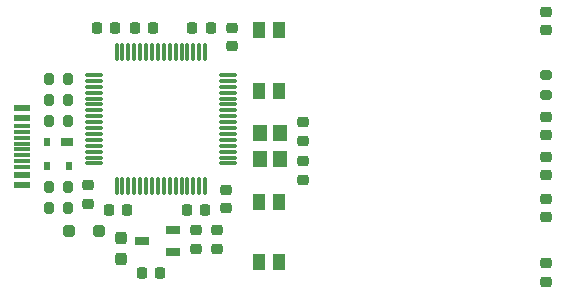
<source format=gtp>
%TF.GenerationSoftware,KiCad,Pcbnew,7.0.1-0*%
%TF.CreationDate,2023-10-13T23:04:16+03:00*%
%TF.ProjectId,trezor_v1.1,7472657a-6f72-45f7-9631-2e312e6b6963,rev?*%
%TF.SameCoordinates,Original*%
%TF.FileFunction,Paste,Top*%
%TF.FilePolarity,Positive*%
%FSLAX46Y46*%
G04 Gerber Fmt 4.6, Leading zero omitted, Abs format (unit mm)*
G04 Created by KiCad (PCBNEW 7.0.1-0) date 2023-10-13 23:04:16*
%MOMM*%
%LPD*%
G01*
G04 APERTURE LIST*
G04 Aperture macros list*
%AMRoundRect*
0 Rectangle with rounded corners*
0 $1 Rounding radius*
0 $2 $3 $4 $5 $6 $7 $8 $9 X,Y pos of 4 corners*
0 Add a 4 corners polygon primitive as box body*
4,1,4,$2,$3,$4,$5,$6,$7,$8,$9,$2,$3,0*
0 Add four circle primitives for the rounded corners*
1,1,$1+$1,$2,$3*
1,1,$1+$1,$4,$5*
1,1,$1+$1,$6,$7*
1,1,$1+$1,$8,$9*
0 Add four rect primitives between the rounded corners*
20,1,$1+$1,$2,$3,$4,$5,0*
20,1,$1+$1,$4,$5,$6,$7,0*
20,1,$1+$1,$6,$7,$8,$9,0*
20,1,$1+$1,$8,$9,$2,$3,0*%
G04 Aperture macros list end*
%ADD10R,1.200000X1.400000*%
%ADD11R,1.220000X0.650000*%
%ADD12RoundRect,0.075000X0.662500X0.075000X-0.662500X0.075000X-0.662500X-0.075000X0.662500X-0.075000X0*%
%ADD13RoundRect,0.075000X0.075000X0.662500X-0.075000X0.662500X-0.075000X-0.662500X0.075000X-0.662500X0*%
%ADD14RoundRect,0.237500X0.237500X-0.287500X0.237500X0.287500X-0.237500X0.287500X-0.237500X-0.287500X0*%
%ADD15R,1.000000X0.700000*%
%ADD16R,0.600000X0.700000*%
%ADD17RoundRect,0.250000X0.250000X0.250000X-0.250000X0.250000X-0.250000X-0.250000X0.250000X-0.250000X0*%
%ADD18RoundRect,0.200000X0.200000X0.275000X-0.200000X0.275000X-0.200000X-0.275000X0.200000X-0.275000X0*%
%ADD19RoundRect,0.200000X-0.200000X-0.275000X0.200000X-0.275000X0.200000X0.275000X-0.200000X0.275000X0*%
%ADD20RoundRect,0.225000X0.250000X-0.225000X0.250000X0.225000X-0.250000X0.225000X-0.250000X-0.225000X0*%
%ADD21RoundRect,0.225000X-0.250000X0.225000X-0.250000X-0.225000X0.250000X-0.225000X0.250000X0.225000X0*%
%ADD22RoundRect,0.225000X-0.225000X-0.250000X0.225000X-0.250000X0.225000X0.250000X-0.225000X0.250000X0*%
%ADD23RoundRect,0.225000X0.225000X0.250000X-0.225000X0.250000X-0.225000X-0.250000X0.225000X-0.250000X0*%
%ADD24RoundRect,0.200000X0.275000X-0.200000X0.275000X0.200000X-0.275000X0.200000X-0.275000X-0.200000X0*%
%ADD25R,1.450000X0.600000*%
%ADD26R,1.450000X0.300000*%
%ADD27R,1.000000X1.450000*%
G04 APERTURE END LIST*
D10*
X146597000Y-103903600D03*
X146597000Y-106103600D03*
X148297000Y-106103600D03*
X148297000Y-103903600D03*
D11*
X139232000Y-113980000D03*
X139232000Y-112080000D03*
X136612000Y-113030000D03*
D12*
X143889300Y-106467600D03*
X143889300Y-105967600D03*
X143889300Y-105467600D03*
X143889300Y-104967600D03*
X143889300Y-104467600D03*
X143889300Y-103967600D03*
X143889300Y-103467600D03*
X143889300Y-102967600D03*
X143889300Y-102467600D03*
X143889300Y-101967600D03*
X143889300Y-101467600D03*
X143889300Y-100967600D03*
X143889300Y-100467600D03*
X143889300Y-99967600D03*
X143889300Y-99467600D03*
X143889300Y-98967600D03*
D13*
X141976800Y-97055100D03*
X141476800Y-97055100D03*
X140976800Y-97055100D03*
X140476800Y-97055100D03*
X139976800Y-97055100D03*
X139476800Y-97055100D03*
X138976800Y-97055100D03*
X138476800Y-97055100D03*
X137976800Y-97055100D03*
X137476800Y-97055100D03*
X136976800Y-97055100D03*
X136476800Y-97055100D03*
X135976800Y-97055100D03*
X135476800Y-97055100D03*
X134976800Y-97055100D03*
X134476800Y-97055100D03*
D12*
X132564300Y-98967600D03*
X132564300Y-99467600D03*
X132564300Y-99967600D03*
X132564300Y-100467600D03*
X132564300Y-100967600D03*
X132564300Y-101467600D03*
X132564300Y-101967600D03*
X132564300Y-102467600D03*
X132564300Y-102967600D03*
X132564300Y-103467600D03*
X132564300Y-103967600D03*
X132564300Y-104467600D03*
X132564300Y-104967600D03*
X132564300Y-105467600D03*
X132564300Y-105967600D03*
X132564300Y-106467600D03*
D13*
X134476800Y-108380100D03*
X134976800Y-108380100D03*
X135476800Y-108380100D03*
X135976800Y-108380100D03*
X136476800Y-108380100D03*
X136976800Y-108380100D03*
X137476800Y-108380100D03*
X137976800Y-108380100D03*
X138476800Y-108380100D03*
X138976800Y-108380100D03*
X139476800Y-108380100D03*
X139976800Y-108380100D03*
X140476800Y-108380100D03*
X140976800Y-108380100D03*
X141476800Y-108380100D03*
X141976800Y-108380100D03*
D14*
X134874000Y-114540000D03*
X134874000Y-112790000D03*
D15*
X130290000Y-104664000D03*
D16*
X128590000Y-104664000D03*
X128590000Y-106664000D03*
X130490000Y-106664000D03*
D17*
X132949000Y-112141000D03*
X130449000Y-112141000D03*
D18*
X130365000Y-102870000D03*
X128715000Y-102870000D03*
X130365000Y-108458000D03*
X128715000Y-108458000D03*
X130365000Y-110236000D03*
X128715000Y-110236000D03*
X130365000Y-101092000D03*
X128715000Y-101092000D03*
D19*
X128715000Y-99314000D03*
X130365000Y-99314000D03*
D20*
X150241000Y-104534000D03*
X150241000Y-102984000D03*
D21*
X150241000Y-106286000D03*
X150241000Y-107836000D03*
D22*
X136004000Y-94996000D03*
X137554000Y-94996000D03*
D23*
X135395000Y-110363000D03*
X133845000Y-110363000D03*
D20*
X132080000Y-109868000D03*
X132080000Y-108318000D03*
D22*
X140449000Y-110363000D03*
X141999000Y-110363000D03*
X132829000Y-94996000D03*
X134379000Y-94996000D03*
D20*
X143764000Y-110249000D03*
X143764000Y-108699000D03*
D23*
X142456200Y-94996000D03*
X140906200Y-94996000D03*
D20*
X144272000Y-96533000D03*
X144272000Y-94983000D03*
X170840400Y-104052500D03*
X170840400Y-102502500D03*
D21*
X170840400Y-105905000D03*
X170840400Y-107455000D03*
D20*
X170840400Y-110984500D03*
X170840400Y-109434500D03*
X170815000Y-116472000D03*
X170815000Y-114922000D03*
D21*
X141224000Y-112128000D03*
X141224000Y-113678000D03*
D22*
X136626000Y-115697000D03*
X138176000Y-115697000D03*
D20*
X143002000Y-113678000D03*
X143002000Y-112128000D03*
D24*
X170840400Y-100647000D03*
X170840400Y-98997000D03*
D21*
X170840400Y-93611400D03*
X170840400Y-95161400D03*
D25*
X126473000Y-101779000D03*
X126473000Y-102579000D03*
D26*
X126473000Y-103779000D03*
X126473000Y-104779000D03*
X126473000Y-105279000D03*
X126473000Y-106279000D03*
D25*
X126473000Y-107479000D03*
X126473000Y-108279000D03*
X126473000Y-108279000D03*
X126473000Y-107479000D03*
D26*
X126473000Y-106779000D03*
X126473000Y-105779000D03*
X126473000Y-104279000D03*
X126473000Y-103279000D03*
D25*
X126473000Y-102579000D03*
X126473000Y-101779000D03*
D27*
X148220800Y-109693000D03*
X148220800Y-114843000D03*
X146520800Y-109693000D03*
X146520800Y-114843000D03*
X148220800Y-95164200D03*
X148220800Y-100314200D03*
X146520800Y-95164200D03*
X146520800Y-100314200D03*
M02*

</source>
